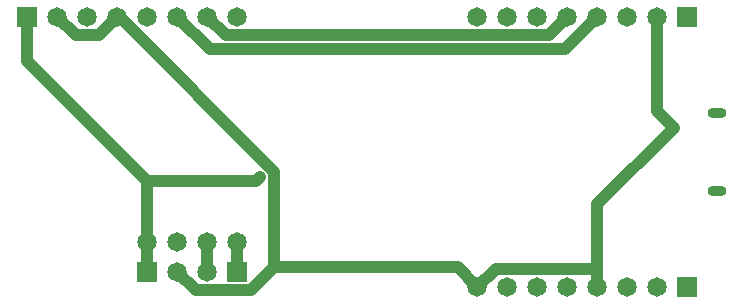
<source format=gbr>
%TF.GenerationSoftware,KiCad,Pcbnew,(5.1.7)-1*%
%TF.CreationDate,2020-12-19T10:57:03+09:00*%
%TF.ProjectId,pcbkicad,7063626b-6963-4616-942e-6b696361645f,rev?*%
%TF.SameCoordinates,Original*%
%TF.FileFunction,Copper,L2,Bot*%
%TF.FilePolarity,Positive*%
%FSLAX46Y46*%
G04 Gerber Fmt 4.6, Leading zero omitted, Abs format (unit mm)*
G04 Created by KiCad (PCBNEW (5.1.7)-1) date 2020-12-19 10:57:03*
%MOMM*%
%LPD*%
G01*
G04 APERTURE LIST*
%TA.AperFunction,ComponentPad*%
%ADD10O,1.600000X0.900000*%
%TD*%
%TA.AperFunction,ComponentPad*%
%ADD11R,1.651000X1.651000*%
%TD*%
%TA.AperFunction,ComponentPad*%
%ADD12C,1.651000*%
%TD*%
%TA.AperFunction,ViaPad*%
%ADD13C,0.800000*%
%TD*%
%TA.AperFunction,Conductor*%
%ADD14C,1.000000*%
%TD*%
G04 APERTURE END LIST*
D10*
%TO.P,USB1,10*%
%TO.N,Net-(USB1-Pad10)*%
X144780000Y-86870000D03*
%TO.P,USB1,7*%
%TO.N,Net-(USB1-Pad7)*%
X144780000Y-93470000D03*
%TD*%
D11*
%TO.P,J1,4*%
%TO.N,Net-(CN3-Pad7)*%
X104140000Y-100330000D03*
D12*
%TO.P,J1,3*%
%TO.N,Net-(CN3-Pad6)*%
X101600000Y-100330000D03*
%TO.P,J1,2*%
%TO.N,Net-(CN1-Pad2)*%
X99060000Y-100330000D03*
D11*
%TO.P,J1,1*%
%TO.N,Net-(CN1-Pad1)*%
X96520000Y-100330000D03*
D12*
%TO.P,J1,8*%
X96520000Y-97790000D03*
%TO.P,J1,7*%
%TO.N,Net-(CN3-Pad3)*%
X99060000Y-97790000D03*
%TO.P,J1,6*%
%TO.N,Net-(CN3-Pad6)*%
X101600000Y-97790000D03*
%TO.P,J1,5*%
%TO.N,Net-(CN3-Pad7)*%
X104140000Y-97790000D03*
%TD*%
%TO.P,CN3,8*%
%TO.N,Net-(CN1-Pad2)*%
X124460000Y-101600000D03*
%TO.P,CN3,7*%
%TO.N,Net-(CN3-Pad7)*%
X127000000Y-101600000D03*
%TO.P,CN3,6*%
%TO.N,Net-(CN3-Pad6)*%
X129540000Y-101600000D03*
%TO.P,CN3,5*%
%TO.N,Net-(CN3-Pad5)*%
X132080000Y-101600000D03*
%TO.P,CN3,4*%
%TO.N,Net-(CN1-Pad2)*%
X134620000Y-101600000D03*
%TO.P,CN3,3*%
%TO.N,Net-(CN3-Pad3)*%
X137160000Y-101600000D03*
%TO.P,CN3,2*%
%TO.N,Net-(CN2-Pad3)*%
X139700000Y-101600000D03*
D11*
%TO.P,CN3,1*%
%TO.N,Net-(CN3-Pad1)*%
X142240000Y-101600000D03*
%TD*%
%TO.P,CN1,1*%
%TO.N,Net-(CN1-Pad1)*%
X142240000Y-78740000D03*
D12*
%TO.P,CN1,2*%
%TO.N,Net-(CN1-Pad2)*%
X139700000Y-78740000D03*
%TO.P,CN1,3*%
%TO.N,Net-(CN1-Pad3)*%
X137160000Y-78740000D03*
%TO.P,CN1,4*%
%TO.N,Net-(CN1-Pad4)*%
X134620000Y-78740000D03*
%TO.P,CN1,5*%
%TO.N,Net-(CN1-Pad5)*%
X132080000Y-78740000D03*
%TO.P,CN1,6*%
%TO.N,Net-(CN1-Pad6)*%
X129540000Y-78740000D03*
%TO.P,CN1,7*%
%TO.N,Net-(CN1-Pad7)*%
X127000000Y-78740000D03*
%TO.P,CN1,8*%
%TO.N,Net-(CN1-Pad8)*%
X124460000Y-78740000D03*
%TD*%
D11*
%TO.P,CN2,1*%
%TO.N,Net-(CN1-Pad1)*%
X86360000Y-78740000D03*
D12*
%TO.P,CN2,2*%
%TO.N,Net-(CN1-Pad2)*%
X88900000Y-78740000D03*
%TO.P,CN2,3*%
%TO.N,Net-(CN2-Pad3)*%
X91440000Y-78740000D03*
%TO.P,CN2,4*%
%TO.N,Net-(CN1-Pad2)*%
X93980000Y-78740000D03*
%TO.P,CN2,5*%
%TO.N,Net-(CN1-Pad6)*%
X96520000Y-78740000D03*
%TO.P,CN2,6*%
%TO.N,Net-(CN1-Pad4)*%
X99060000Y-78740000D03*
%TO.P,CN2,7*%
%TO.N,Net-(CN1-Pad5)*%
X101600000Y-78740000D03*
%TO.P,CN2,8*%
%TO.N,Net-(CN2-Pad8)*%
X104140000Y-78740000D03*
%TD*%
D13*
%TO.N,Net-(CN1-Pad2)*%
X141115300Y-88103000D03*
%TO.N,Net-(CN1-Pad1)*%
X106032600Y-92325500D03*
%TD*%
D14*
%TO.N,Net-(CN1-Pad5)*%
X101600000Y-78740000D02*
X103135300Y-80275300D01*
X103135300Y-80275300D02*
X130544700Y-80275300D01*
X130544700Y-80275300D02*
X132080000Y-78740000D01*
%TO.N,Net-(CN1-Pad4)*%
X99060000Y-78740000D02*
X101805100Y-81485100D01*
X101805100Y-81485100D02*
X131874900Y-81485100D01*
X131874900Y-81485100D02*
X134620000Y-78740000D01*
%TO.N,Net-(CN1-Pad2)*%
X134620000Y-100070400D02*
X134620000Y-101600000D01*
X141115300Y-88103000D02*
X134620000Y-94598300D01*
X134620000Y-94598300D02*
X134620000Y-100070400D01*
X134620000Y-100070400D02*
X125989600Y-100070400D01*
X125989600Y-100070400D02*
X124460000Y-101600000D01*
X139700000Y-78740000D02*
X139700000Y-86687700D01*
X139700000Y-86687700D02*
X141115300Y-88103000D01*
X107247500Y-99924100D02*
X105290700Y-101880900D01*
X105290700Y-101880900D02*
X100610900Y-101880900D01*
X100610900Y-101880900D02*
X99060000Y-100330000D01*
X93980000Y-78740000D02*
X94164200Y-78740000D01*
X94164200Y-78740000D02*
X107247500Y-91823300D01*
X107247500Y-91823300D02*
X107247500Y-99924100D01*
X107247500Y-99924100D02*
X122784100Y-99924100D01*
X122784100Y-99924100D02*
X124460000Y-101600000D01*
X93980000Y-78740000D02*
X92445500Y-80274500D01*
X92445500Y-80274500D02*
X90434500Y-80274500D01*
X90434500Y-80274500D02*
X88900000Y-78740000D01*
%TO.N,Net-(CN1-Pad1)*%
X96520000Y-92643700D02*
X96520000Y-97790000D01*
X86360000Y-78740000D02*
X86360000Y-82483700D01*
X86360000Y-82483700D02*
X96520000Y-92643700D01*
X96520000Y-92643700D02*
X105714400Y-92643700D01*
X105714400Y-92643700D02*
X106032600Y-92325500D01*
X96520000Y-97790000D02*
X96520000Y-100330000D01*
%TO.N,Net-(CN3-Pad6)*%
X101600000Y-97790000D02*
X101600000Y-100330000D01*
%TO.N,Net-(CN3-Pad7)*%
X104140000Y-97790000D02*
X104140000Y-100330000D01*
%TD*%
M02*

</source>
